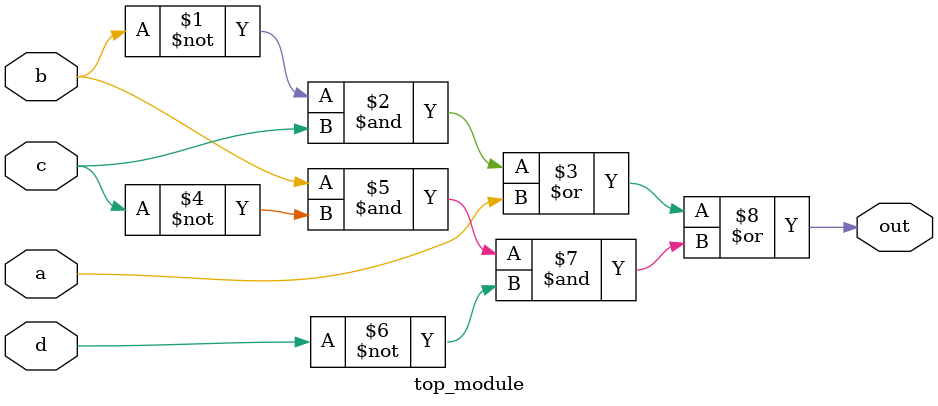
<source format=v>
module top_module(
    input a,
    input b,
    input c,
    input d,
    output out  ); 
    assign out=(~b&c)|(a)|(b&~c&~d);

endmodule

</source>
